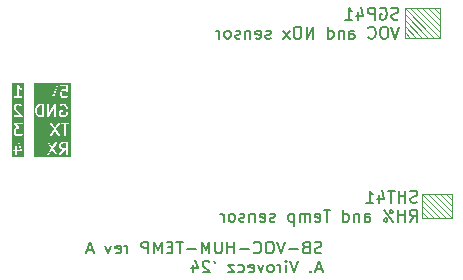
<source format=gbr>
G04 #@! TF.GenerationSoftware,KiCad,Pcbnew,8.0.2*
G04 #@! TF.CreationDate,2024-05-05T20:12:28+02:00*
G04 #@! TF.ProjectId,sensor_board_voc_temp,73656e73-6f72-45f6-926f-6172645f766f,A*
G04 #@! TF.SameCoordinates,Original*
G04 #@! TF.FileFunction,Legend,Bot*
G04 #@! TF.FilePolarity,Positive*
%FSLAX46Y46*%
G04 Gerber Fmt 4.6, Leading zero omitted, Abs format (unit mm)*
G04 Created by KiCad (PCBNEW 8.0.2) date 2024-05-05 20:12:28*
%MOMM*%
%LPD*%
G01*
G04 APERTURE LIST*
%ADD10C,0.100000*%
%ADD11C,0.150000*%
%ADD12C,3.200000*%
G04 APERTURE END LIST*
D10*
X65750000Y-49750000D02*
X67750000Y-51750000D01*
X65250000Y-49750000D02*
X67750000Y-49750000D01*
X67750000Y-51750000D01*
X65250000Y-51750000D01*
X65250000Y-49750000D01*
X63750000Y-36000000D02*
X64250000Y-36500000D01*
X64250000Y-34000000D02*
X66750000Y-36500000D01*
X65750000Y-34000000D02*
X66750000Y-35000000D01*
X66250000Y-34000000D02*
X66750000Y-34500000D01*
X66250000Y-49750000D02*
X67750000Y-51250000D01*
X65250000Y-50750000D02*
X66250000Y-51750000D01*
X65250000Y-34000000D02*
X66750000Y-35500000D01*
X66750000Y-49750000D02*
X67750000Y-50750000D01*
X63750000Y-34500000D02*
X65750000Y-36500000D01*
X67250000Y-49750000D02*
X67750000Y-50250000D01*
X64750000Y-34000000D02*
X66750000Y-36000000D01*
X63750000Y-35500000D02*
X64750000Y-36500000D01*
X65250000Y-50250000D02*
X66750000Y-51750000D01*
X63750000Y-34000000D02*
X66250000Y-36500000D01*
X65250000Y-49750000D02*
X67250000Y-51750000D01*
X63750000Y-35000000D02*
X65250000Y-36500000D01*
X65250000Y-51250000D02*
X65750000Y-51750000D01*
X63750000Y-34000000D02*
X66750000Y-34000000D01*
X66750000Y-36500000D01*
X63750000Y-36500000D01*
X63750000Y-34000000D01*
D11*
X63210839Y-34912256D02*
X63067982Y-34959875D01*
X63067982Y-34959875D02*
X62829887Y-34959875D01*
X62829887Y-34959875D02*
X62734649Y-34912256D01*
X62734649Y-34912256D02*
X62687030Y-34864636D01*
X62687030Y-34864636D02*
X62639411Y-34769398D01*
X62639411Y-34769398D02*
X62639411Y-34674160D01*
X62639411Y-34674160D02*
X62687030Y-34578922D01*
X62687030Y-34578922D02*
X62734649Y-34531303D01*
X62734649Y-34531303D02*
X62829887Y-34483684D01*
X62829887Y-34483684D02*
X63020363Y-34436065D01*
X63020363Y-34436065D02*
X63115601Y-34388446D01*
X63115601Y-34388446D02*
X63163220Y-34340827D01*
X63163220Y-34340827D02*
X63210839Y-34245589D01*
X63210839Y-34245589D02*
X63210839Y-34150351D01*
X63210839Y-34150351D02*
X63163220Y-34055113D01*
X63163220Y-34055113D02*
X63115601Y-34007494D01*
X63115601Y-34007494D02*
X63020363Y-33959875D01*
X63020363Y-33959875D02*
X62782268Y-33959875D01*
X62782268Y-33959875D02*
X62639411Y-34007494D01*
X61687030Y-34007494D02*
X61782268Y-33959875D01*
X61782268Y-33959875D02*
X61925125Y-33959875D01*
X61925125Y-33959875D02*
X62067982Y-34007494D01*
X62067982Y-34007494D02*
X62163220Y-34102732D01*
X62163220Y-34102732D02*
X62210839Y-34197970D01*
X62210839Y-34197970D02*
X62258458Y-34388446D01*
X62258458Y-34388446D02*
X62258458Y-34531303D01*
X62258458Y-34531303D02*
X62210839Y-34721779D01*
X62210839Y-34721779D02*
X62163220Y-34817017D01*
X62163220Y-34817017D02*
X62067982Y-34912256D01*
X62067982Y-34912256D02*
X61925125Y-34959875D01*
X61925125Y-34959875D02*
X61829887Y-34959875D01*
X61829887Y-34959875D02*
X61687030Y-34912256D01*
X61687030Y-34912256D02*
X61639411Y-34864636D01*
X61639411Y-34864636D02*
X61639411Y-34531303D01*
X61639411Y-34531303D02*
X61829887Y-34531303D01*
X61210839Y-34959875D02*
X61210839Y-33959875D01*
X61210839Y-33959875D02*
X60829887Y-33959875D01*
X60829887Y-33959875D02*
X60734649Y-34007494D01*
X60734649Y-34007494D02*
X60687030Y-34055113D01*
X60687030Y-34055113D02*
X60639411Y-34150351D01*
X60639411Y-34150351D02*
X60639411Y-34293208D01*
X60639411Y-34293208D02*
X60687030Y-34388446D01*
X60687030Y-34388446D02*
X60734649Y-34436065D01*
X60734649Y-34436065D02*
X60829887Y-34483684D01*
X60829887Y-34483684D02*
X61210839Y-34483684D01*
X59782268Y-34293208D02*
X59782268Y-34959875D01*
X60020363Y-33912256D02*
X60258458Y-34626541D01*
X60258458Y-34626541D02*
X59639411Y-34626541D01*
X58734649Y-34959875D02*
X59306077Y-34959875D01*
X59020363Y-34959875D02*
X59020363Y-33959875D01*
X59020363Y-33959875D02*
X59115601Y-34102732D01*
X59115601Y-34102732D02*
X59210839Y-34197970D01*
X59210839Y-34197970D02*
X59306077Y-34245589D01*
X63306077Y-35569819D02*
X62972744Y-36569819D01*
X62972744Y-36569819D02*
X62639411Y-35569819D01*
X62115601Y-35569819D02*
X61925125Y-35569819D01*
X61925125Y-35569819D02*
X61829887Y-35617438D01*
X61829887Y-35617438D02*
X61734649Y-35712676D01*
X61734649Y-35712676D02*
X61687030Y-35903152D01*
X61687030Y-35903152D02*
X61687030Y-36236485D01*
X61687030Y-36236485D02*
X61734649Y-36426961D01*
X61734649Y-36426961D02*
X61829887Y-36522200D01*
X61829887Y-36522200D02*
X61925125Y-36569819D01*
X61925125Y-36569819D02*
X62115601Y-36569819D01*
X62115601Y-36569819D02*
X62210839Y-36522200D01*
X62210839Y-36522200D02*
X62306077Y-36426961D01*
X62306077Y-36426961D02*
X62353696Y-36236485D01*
X62353696Y-36236485D02*
X62353696Y-35903152D01*
X62353696Y-35903152D02*
X62306077Y-35712676D01*
X62306077Y-35712676D02*
X62210839Y-35617438D01*
X62210839Y-35617438D02*
X62115601Y-35569819D01*
X60687030Y-36474580D02*
X60734649Y-36522200D01*
X60734649Y-36522200D02*
X60877506Y-36569819D01*
X60877506Y-36569819D02*
X60972744Y-36569819D01*
X60972744Y-36569819D02*
X61115601Y-36522200D01*
X61115601Y-36522200D02*
X61210839Y-36426961D01*
X61210839Y-36426961D02*
X61258458Y-36331723D01*
X61258458Y-36331723D02*
X61306077Y-36141247D01*
X61306077Y-36141247D02*
X61306077Y-35998390D01*
X61306077Y-35998390D02*
X61258458Y-35807914D01*
X61258458Y-35807914D02*
X61210839Y-35712676D01*
X61210839Y-35712676D02*
X61115601Y-35617438D01*
X61115601Y-35617438D02*
X60972744Y-35569819D01*
X60972744Y-35569819D02*
X60877506Y-35569819D01*
X60877506Y-35569819D02*
X60734649Y-35617438D01*
X60734649Y-35617438D02*
X60687030Y-35665057D01*
X59067982Y-36569819D02*
X59067982Y-36046009D01*
X59067982Y-36046009D02*
X59115601Y-35950771D01*
X59115601Y-35950771D02*
X59210839Y-35903152D01*
X59210839Y-35903152D02*
X59401315Y-35903152D01*
X59401315Y-35903152D02*
X59496553Y-35950771D01*
X59067982Y-36522200D02*
X59163220Y-36569819D01*
X59163220Y-36569819D02*
X59401315Y-36569819D01*
X59401315Y-36569819D02*
X59496553Y-36522200D01*
X59496553Y-36522200D02*
X59544172Y-36426961D01*
X59544172Y-36426961D02*
X59544172Y-36331723D01*
X59544172Y-36331723D02*
X59496553Y-36236485D01*
X59496553Y-36236485D02*
X59401315Y-36188866D01*
X59401315Y-36188866D02*
X59163220Y-36188866D01*
X59163220Y-36188866D02*
X59067982Y-36141247D01*
X58591791Y-35903152D02*
X58591791Y-36569819D01*
X58591791Y-35998390D02*
X58544172Y-35950771D01*
X58544172Y-35950771D02*
X58448934Y-35903152D01*
X58448934Y-35903152D02*
X58306077Y-35903152D01*
X58306077Y-35903152D02*
X58210839Y-35950771D01*
X58210839Y-35950771D02*
X58163220Y-36046009D01*
X58163220Y-36046009D02*
X58163220Y-36569819D01*
X57258458Y-36569819D02*
X57258458Y-35569819D01*
X57258458Y-36522200D02*
X57353696Y-36569819D01*
X57353696Y-36569819D02*
X57544172Y-36569819D01*
X57544172Y-36569819D02*
X57639410Y-36522200D01*
X57639410Y-36522200D02*
X57687029Y-36474580D01*
X57687029Y-36474580D02*
X57734648Y-36379342D01*
X57734648Y-36379342D02*
X57734648Y-36093628D01*
X57734648Y-36093628D02*
X57687029Y-35998390D01*
X57687029Y-35998390D02*
X57639410Y-35950771D01*
X57639410Y-35950771D02*
X57544172Y-35903152D01*
X57544172Y-35903152D02*
X57353696Y-35903152D01*
X57353696Y-35903152D02*
X57258458Y-35950771D01*
X56020362Y-36569819D02*
X56020362Y-35569819D01*
X56020362Y-35569819D02*
X55448934Y-36569819D01*
X55448934Y-36569819D02*
X55448934Y-35569819D01*
X54782267Y-35569819D02*
X54591791Y-35569819D01*
X54591791Y-35569819D02*
X54496553Y-35617438D01*
X54496553Y-35617438D02*
X54401315Y-35712676D01*
X54401315Y-35712676D02*
X54353696Y-35903152D01*
X54353696Y-35903152D02*
X54353696Y-36236485D01*
X54353696Y-36236485D02*
X54401315Y-36426961D01*
X54401315Y-36426961D02*
X54496553Y-36522200D01*
X54496553Y-36522200D02*
X54591791Y-36569819D01*
X54591791Y-36569819D02*
X54782267Y-36569819D01*
X54782267Y-36569819D02*
X54877505Y-36522200D01*
X54877505Y-36522200D02*
X54972743Y-36426961D01*
X54972743Y-36426961D02*
X55020362Y-36236485D01*
X55020362Y-36236485D02*
X55020362Y-35903152D01*
X55020362Y-35903152D02*
X54972743Y-35712676D01*
X54972743Y-35712676D02*
X54877505Y-35617438D01*
X54877505Y-35617438D02*
X54782267Y-35569819D01*
X54020362Y-36569819D02*
X53496553Y-35903152D01*
X54020362Y-35903152D02*
X53496553Y-36569819D01*
X52401314Y-36522200D02*
X52306076Y-36569819D01*
X52306076Y-36569819D02*
X52115600Y-36569819D01*
X52115600Y-36569819D02*
X52020362Y-36522200D01*
X52020362Y-36522200D02*
X51972743Y-36426961D01*
X51972743Y-36426961D02*
X51972743Y-36379342D01*
X51972743Y-36379342D02*
X52020362Y-36284104D01*
X52020362Y-36284104D02*
X52115600Y-36236485D01*
X52115600Y-36236485D02*
X52258457Y-36236485D01*
X52258457Y-36236485D02*
X52353695Y-36188866D01*
X52353695Y-36188866D02*
X52401314Y-36093628D01*
X52401314Y-36093628D02*
X52401314Y-36046009D01*
X52401314Y-36046009D02*
X52353695Y-35950771D01*
X52353695Y-35950771D02*
X52258457Y-35903152D01*
X52258457Y-35903152D02*
X52115600Y-35903152D01*
X52115600Y-35903152D02*
X52020362Y-35950771D01*
X51163219Y-36522200D02*
X51258457Y-36569819D01*
X51258457Y-36569819D02*
X51448933Y-36569819D01*
X51448933Y-36569819D02*
X51544171Y-36522200D01*
X51544171Y-36522200D02*
X51591790Y-36426961D01*
X51591790Y-36426961D02*
X51591790Y-36046009D01*
X51591790Y-36046009D02*
X51544171Y-35950771D01*
X51544171Y-35950771D02*
X51448933Y-35903152D01*
X51448933Y-35903152D02*
X51258457Y-35903152D01*
X51258457Y-35903152D02*
X51163219Y-35950771D01*
X51163219Y-35950771D02*
X51115600Y-36046009D01*
X51115600Y-36046009D02*
X51115600Y-36141247D01*
X51115600Y-36141247D02*
X51591790Y-36236485D01*
X50687028Y-35903152D02*
X50687028Y-36569819D01*
X50687028Y-35998390D02*
X50639409Y-35950771D01*
X50639409Y-35950771D02*
X50544171Y-35903152D01*
X50544171Y-35903152D02*
X50401314Y-35903152D01*
X50401314Y-35903152D02*
X50306076Y-35950771D01*
X50306076Y-35950771D02*
X50258457Y-36046009D01*
X50258457Y-36046009D02*
X50258457Y-36569819D01*
X49829885Y-36522200D02*
X49734647Y-36569819D01*
X49734647Y-36569819D02*
X49544171Y-36569819D01*
X49544171Y-36569819D02*
X49448933Y-36522200D01*
X49448933Y-36522200D02*
X49401314Y-36426961D01*
X49401314Y-36426961D02*
X49401314Y-36379342D01*
X49401314Y-36379342D02*
X49448933Y-36284104D01*
X49448933Y-36284104D02*
X49544171Y-36236485D01*
X49544171Y-36236485D02*
X49687028Y-36236485D01*
X49687028Y-36236485D02*
X49782266Y-36188866D01*
X49782266Y-36188866D02*
X49829885Y-36093628D01*
X49829885Y-36093628D02*
X49829885Y-36046009D01*
X49829885Y-36046009D02*
X49782266Y-35950771D01*
X49782266Y-35950771D02*
X49687028Y-35903152D01*
X49687028Y-35903152D02*
X49544171Y-35903152D01*
X49544171Y-35903152D02*
X49448933Y-35950771D01*
X48829885Y-36569819D02*
X48925123Y-36522200D01*
X48925123Y-36522200D02*
X48972742Y-36474580D01*
X48972742Y-36474580D02*
X49020361Y-36379342D01*
X49020361Y-36379342D02*
X49020361Y-36093628D01*
X49020361Y-36093628D02*
X48972742Y-35998390D01*
X48972742Y-35998390D02*
X48925123Y-35950771D01*
X48925123Y-35950771D02*
X48829885Y-35903152D01*
X48829885Y-35903152D02*
X48687028Y-35903152D01*
X48687028Y-35903152D02*
X48591790Y-35950771D01*
X48591790Y-35950771D02*
X48544171Y-35998390D01*
X48544171Y-35998390D02*
X48496552Y-36093628D01*
X48496552Y-36093628D02*
X48496552Y-36379342D01*
X48496552Y-36379342D02*
X48544171Y-36474580D01*
X48544171Y-36474580D02*
X48591790Y-36522200D01*
X48591790Y-36522200D02*
X48687028Y-36569819D01*
X48687028Y-36569819D02*
X48829885Y-36569819D01*
X48067980Y-36569819D02*
X48067980Y-35903152D01*
X48067980Y-36093628D02*
X48020361Y-35998390D01*
X48020361Y-35998390D02*
X47972742Y-35950771D01*
X47972742Y-35950771D02*
X47877504Y-35903152D01*
X47877504Y-35903152D02*
X47782266Y-35903152D01*
G36*
X35088857Y-45818898D02*
G01*
X34930499Y-45819475D01*
X34926750Y-45818645D01*
X34921864Y-45819507D01*
X34802200Y-45819943D01*
X34733434Y-45786576D01*
X34702106Y-45756331D01*
X34666648Y-45687474D01*
X34665663Y-45579842D01*
X34698844Y-45511460D01*
X34729088Y-45480133D01*
X34797776Y-45444762D01*
X35088324Y-45443704D01*
X35088857Y-45818898D01*
G37*
G36*
X33041915Y-43075351D02*
G01*
X32893248Y-43076198D01*
X32776652Y-43038460D01*
X32702444Y-42965670D01*
X32663752Y-42890533D01*
X32619134Y-42717103D01*
X32617992Y-42592331D01*
X32660018Y-42419208D01*
X32698743Y-42339398D01*
X32773022Y-42263673D01*
X32886098Y-42224882D01*
X33040706Y-42224000D01*
X33041915Y-43075351D01*
G37*
G36*
X35490747Y-46555930D02*
G01*
X32358062Y-46555930D01*
X32358062Y-45369740D01*
X33516792Y-45369740D01*
X33522471Y-45398448D01*
X33529388Y-45411421D01*
X33835841Y-45869924D01*
X33522471Y-46341190D01*
X33516792Y-46369898D01*
X33522531Y-46398592D01*
X33538814Y-46422907D01*
X33563163Y-46439140D01*
X33591871Y-46444819D01*
X33620565Y-46439080D01*
X33644880Y-46422797D01*
X33654196Y-46411421D01*
X33925283Y-46003743D01*
X34205370Y-46422797D01*
X34229685Y-46439080D01*
X34258379Y-46444819D01*
X34287087Y-46439140D01*
X34311436Y-46422907D01*
X34327719Y-46398592D01*
X34333458Y-46369898D01*
X34327779Y-46341190D01*
X34320862Y-46328216D01*
X34014408Y-45869713D01*
X34220158Y-45560295D01*
X34516792Y-45560295D01*
X34517996Y-45691924D01*
X34517381Y-45693771D01*
X34518106Y-45703985D01*
X34518233Y-45717784D01*
X34519264Y-45720273D01*
X34519455Y-45722961D01*
X34524710Y-45736693D01*
X34573402Y-45831249D01*
X34577051Y-45840058D01*
X34579433Y-45842960D01*
X34580161Y-45844374D01*
X34581659Y-45845673D01*
X34586378Y-45851423D01*
X34635413Y-45898764D01*
X34641046Y-45905259D01*
X34644191Y-45907238D01*
X34645362Y-45908369D01*
X34647189Y-45909126D01*
X34653489Y-45913091D01*
X34739378Y-45954766D01*
X34740600Y-45955988D01*
X34749459Y-45959657D01*
X34762458Y-45965965D01*
X34765147Y-45966156D01*
X34767636Y-45967187D01*
X34781549Y-45968557D01*
X34523139Y-46339623D01*
X34516810Y-46368194D01*
X34521895Y-46397011D01*
X34537622Y-46421690D01*
X34561596Y-46438472D01*
X34590167Y-46444801D01*
X34618984Y-46439716D01*
X34643663Y-46423989D01*
X34653234Y-46412829D01*
X34963034Y-45967969D01*
X35089068Y-45967510D01*
X35089661Y-46384451D01*
X35100860Y-46411487D01*
X35121552Y-46432179D01*
X35148588Y-46443378D01*
X35177852Y-46443378D01*
X35204888Y-46432179D01*
X35225580Y-46411487D01*
X35236779Y-46384451D01*
X35238220Y-46369819D01*
X35236779Y-45355187D01*
X35225580Y-45328151D01*
X35204888Y-45307459D01*
X35177852Y-45296260D01*
X35163220Y-45294819D01*
X34793916Y-45296164D01*
X34791648Y-45295408D01*
X34780306Y-45296213D01*
X34767636Y-45296260D01*
X34765147Y-45297290D01*
X34762458Y-45297482D01*
X34748727Y-45302737D01*
X34654172Y-45351428D01*
X34645362Y-45355078D01*
X34642459Y-45357460D01*
X34641046Y-45358188D01*
X34639746Y-45359686D01*
X34633997Y-45364405D01*
X34586655Y-45413440D01*
X34580161Y-45419073D01*
X34578181Y-45422218D01*
X34577051Y-45423389D01*
X34576293Y-45425216D01*
X34572329Y-45431516D01*
X34530654Y-45517404D01*
X34529432Y-45518627D01*
X34525759Y-45527492D01*
X34519455Y-45540486D01*
X34519264Y-45543173D01*
X34518233Y-45545663D01*
X34516792Y-45560295D01*
X34220158Y-45560295D01*
X34327779Y-45398448D01*
X34333458Y-45369740D01*
X34327719Y-45341046D01*
X34311436Y-45316731D01*
X34287087Y-45300498D01*
X34258379Y-45294819D01*
X34229685Y-45300558D01*
X34205370Y-45316841D01*
X34196054Y-45328217D01*
X33924966Y-45735894D01*
X33644880Y-45316841D01*
X33620565Y-45300558D01*
X33591871Y-45294819D01*
X33563163Y-45300498D01*
X33538814Y-45316731D01*
X33522531Y-45341046D01*
X33516792Y-45369740D01*
X32358062Y-45369740D01*
X32358062Y-43759796D01*
X33754887Y-43759796D01*
X33760566Y-43788504D01*
X33767483Y-43801477D01*
X34073936Y-44259980D01*
X33760566Y-44731246D01*
X33754887Y-44759954D01*
X33760626Y-44788648D01*
X33776909Y-44812963D01*
X33801258Y-44829196D01*
X33829966Y-44834875D01*
X33858660Y-44829136D01*
X33882975Y-44812853D01*
X33892291Y-44801477D01*
X34163378Y-44393799D01*
X34443465Y-44812853D01*
X34467780Y-44829136D01*
X34496474Y-44834875D01*
X34525182Y-44829196D01*
X34549531Y-44812963D01*
X34565814Y-44788648D01*
X34571553Y-44759954D01*
X34565874Y-44731246D01*
X34558957Y-44718272D01*
X34252503Y-44259769D01*
X34565874Y-43788504D01*
X34571553Y-43759796D01*
X34568642Y-43745243D01*
X34661090Y-43745243D01*
X34661090Y-43774507D01*
X34672289Y-43801543D01*
X34692981Y-43822235D01*
X34720017Y-43833434D01*
X34734649Y-43834875D01*
X34945468Y-43834356D01*
X34946804Y-44774507D01*
X34958003Y-44801543D01*
X34978695Y-44822235D01*
X35005731Y-44833434D01*
X35034995Y-44833434D01*
X35062031Y-44822235D01*
X35082723Y-44801543D01*
X35093922Y-44774507D01*
X35095363Y-44759875D01*
X35094048Y-43833991D01*
X35320709Y-43833434D01*
X35347745Y-43822235D01*
X35368437Y-43801543D01*
X35379636Y-43774507D01*
X35379636Y-43745243D01*
X35368437Y-43718207D01*
X35347745Y-43697515D01*
X35320709Y-43686316D01*
X35306077Y-43684875D01*
X34720017Y-43686316D01*
X34692981Y-43697515D01*
X34672289Y-43718207D01*
X34661090Y-43745243D01*
X34568642Y-43745243D01*
X34565814Y-43731102D01*
X34549531Y-43706787D01*
X34525182Y-43690554D01*
X34496474Y-43684875D01*
X34467780Y-43690614D01*
X34443465Y-43706897D01*
X34434149Y-43718273D01*
X34163061Y-44125950D01*
X33882975Y-43706897D01*
X33858660Y-43690614D01*
X33829966Y-43684875D01*
X33801258Y-43690554D01*
X33776909Y-43706787D01*
X33760626Y-43731102D01*
X33754887Y-43759796D01*
X32358062Y-43759796D01*
X32358062Y-42578502D01*
X32469173Y-42578502D01*
X32470440Y-42717081D01*
X32469262Y-42725005D01*
X32470596Y-42734029D01*
X32470614Y-42735991D01*
X32471036Y-42737012D01*
X32471412Y-42739549D01*
X32518929Y-42924247D01*
X32519455Y-42931644D01*
X32523657Y-42942626D01*
X32523978Y-42943871D01*
X32524300Y-42944306D01*
X32524710Y-42945376D01*
X32573400Y-43039928D01*
X32577050Y-43048740D01*
X32579433Y-43051644D01*
X32580161Y-43053057D01*
X32581659Y-43054356D01*
X32586378Y-43060106D01*
X32674547Y-43146591D01*
X32675399Y-43148295D01*
X32683043Y-43154925D01*
X32692981Y-43164673D01*
X32695471Y-43165704D01*
X32697506Y-43167469D01*
X32710932Y-43173463D01*
X32853513Y-43219612D01*
X32862874Y-43223490D01*
X32866637Y-43223860D01*
X32868125Y-43224342D01*
X32870099Y-43224201D01*
X32877506Y-43224931D01*
X33130233Y-43223490D01*
X33157269Y-43212291D01*
X33177961Y-43191599D01*
X33189160Y-43164563D01*
X33190601Y-43149931D01*
X33189181Y-42149931D01*
X33516792Y-42149931D01*
X33518205Y-43145486D01*
X33516975Y-43155170D01*
X33518226Y-43159757D01*
X33518233Y-43164563D01*
X33522050Y-43173778D01*
X33524675Y-43183402D01*
X33527602Y-43187182D01*
X33529432Y-43191599D01*
X33536482Y-43198649D01*
X33542592Y-43206539D01*
X33546745Y-43208912D01*
X33550124Y-43212291D01*
X33559336Y-43216107D01*
X33568001Y-43221058D01*
X33572744Y-43221660D01*
X33577160Y-43223490D01*
X33587134Y-43223490D01*
X33597031Y-43224748D01*
X33601643Y-43223490D01*
X33606424Y-43223490D01*
X33615639Y-43219672D01*
X33625263Y-43217048D01*
X33629043Y-43214120D01*
X33633460Y-43212291D01*
X33640510Y-43205240D01*
X33648400Y-43199131D01*
X33652752Y-43192998D01*
X33654152Y-43191599D01*
X33654721Y-43190224D01*
X33656910Y-43187141D01*
X34088617Y-42429482D01*
X34089661Y-43164563D01*
X34100860Y-43191599D01*
X34121552Y-43212291D01*
X34148588Y-43223490D01*
X34177852Y-43223490D01*
X34204888Y-43212291D01*
X34225580Y-43191599D01*
X34236779Y-43164563D01*
X34238220Y-43149931D01*
X34237611Y-42721359D01*
X34516792Y-42721359D01*
X34518233Y-43069324D01*
X34522150Y-43078780D01*
X34529431Y-43096359D01*
X34538758Y-43107724D01*
X34579583Y-43147139D01*
X34580161Y-43148295D01*
X34586252Y-43153578D01*
X34597743Y-43164672D01*
X34600231Y-43165702D01*
X34602268Y-43167469D01*
X34615694Y-43173463D01*
X34758275Y-43219612D01*
X34767636Y-43223490D01*
X34771399Y-43223860D01*
X34772887Y-43224342D01*
X34774861Y-43224201D01*
X34782268Y-43224931D01*
X34877585Y-43223680D01*
X34886886Y-43224342D01*
X34890540Y-43223510D01*
X34892138Y-43223490D01*
X34893969Y-43222731D01*
X34901223Y-43221082D01*
X35033013Y-43175871D01*
X35034995Y-43175871D01*
X35044547Y-43171914D01*
X35057505Y-43167469D01*
X35059540Y-43165703D01*
X35062031Y-43164672D01*
X35073396Y-43155345D01*
X35167328Y-43059580D01*
X35174851Y-43053057D01*
X35176863Y-43049860D01*
X35177962Y-43048740D01*
X35178719Y-43046910D01*
X35182683Y-43040614D01*
X35226951Y-42949381D01*
X35231034Y-42943871D01*
X35234969Y-42932855D01*
X35235557Y-42931645D01*
X35235595Y-42931104D01*
X35235981Y-42930025D01*
X35281221Y-42743659D01*
X35284398Y-42735991D01*
X35285295Y-42726876D01*
X35285750Y-42725005D01*
X35285587Y-42723912D01*
X35285839Y-42721359D01*
X35284571Y-42582779D01*
X35285750Y-42574856D01*
X35284415Y-42565831D01*
X35284398Y-42563870D01*
X35283975Y-42562848D01*
X35283600Y-42560312D01*
X35236082Y-42375613D01*
X35235557Y-42368216D01*
X35231353Y-42357233D01*
X35231034Y-42355990D01*
X35230711Y-42355554D01*
X35230302Y-42354485D01*
X35181613Y-42259935D01*
X35177962Y-42251120D01*
X35175577Y-42248214D01*
X35174851Y-42246804D01*
X35173354Y-42245505D01*
X35168634Y-42239755D01*
X35080463Y-42153270D01*
X35079612Y-42151567D01*
X35071969Y-42144938D01*
X35062031Y-42135190D01*
X35059540Y-42134158D01*
X35057505Y-42132393D01*
X35044080Y-42126399D01*
X34901501Y-42080250D01*
X34892138Y-42076372D01*
X34888372Y-42076001D01*
X34886886Y-42075520D01*
X34884911Y-42075660D01*
X34877506Y-42074931D01*
X34745875Y-42076135D01*
X34744029Y-42075520D01*
X34733814Y-42076245D01*
X34720017Y-42076372D01*
X34717528Y-42077402D01*
X34714839Y-42077594D01*
X34701108Y-42082849D01*
X34593427Y-42138300D01*
X34574254Y-42160408D01*
X34565000Y-42188169D01*
X34567074Y-42217359D01*
X34580161Y-42243534D01*
X34602269Y-42262707D01*
X34630030Y-42271961D01*
X34659220Y-42269887D01*
X34672952Y-42264632D01*
X34750326Y-42224787D01*
X34862078Y-42223765D01*
X34978359Y-42261402D01*
X35052568Y-42334192D01*
X35091259Y-42409327D01*
X35135877Y-42582757D01*
X35137019Y-42707529D01*
X35094993Y-42880652D01*
X35056268Y-42960462D01*
X34981991Y-43036188D01*
X34868719Y-43075046D01*
X34797341Y-43075982D01*
X34681149Y-43038374D01*
X34666666Y-43024391D01*
X34665720Y-42795839D01*
X34796900Y-42794918D01*
X34823936Y-42783719D01*
X34844628Y-42763027D01*
X34855827Y-42735991D01*
X34855827Y-42706727D01*
X34844628Y-42679691D01*
X34823936Y-42658999D01*
X34796900Y-42647800D01*
X34782268Y-42646359D01*
X34577160Y-42647800D01*
X34550124Y-42658999D01*
X34529432Y-42679691D01*
X34518233Y-42706727D01*
X34516792Y-42721359D01*
X34237611Y-42721359D01*
X34236806Y-42154375D01*
X34238037Y-42144692D01*
X34236785Y-42140104D01*
X34236779Y-42135299D01*
X34232961Y-42126083D01*
X34230337Y-42116460D01*
X34227409Y-42112679D01*
X34225580Y-42108263D01*
X34218529Y-42101212D01*
X34212420Y-42093323D01*
X34208266Y-42090949D01*
X34204888Y-42087571D01*
X34195675Y-42083754D01*
X34187011Y-42078804D01*
X34182267Y-42078201D01*
X34177852Y-42076372D01*
X34167878Y-42076372D01*
X34157981Y-42075114D01*
X34153369Y-42076372D01*
X34148588Y-42076372D01*
X34139371Y-42080189D01*
X34129750Y-42082814D01*
X34125970Y-42085740D01*
X34121552Y-42087571D01*
X34114500Y-42094622D01*
X34106612Y-42100731D01*
X34102257Y-42106865D01*
X34100860Y-42108263D01*
X34100291Y-42109635D01*
X34098102Y-42112720D01*
X33666394Y-42870379D01*
X33665351Y-42135299D01*
X33654152Y-42108263D01*
X33633460Y-42087571D01*
X33606424Y-42076372D01*
X33577160Y-42076372D01*
X33550124Y-42087571D01*
X33529432Y-42108263D01*
X33518233Y-42135299D01*
X33516792Y-42149931D01*
X33189181Y-42149931D01*
X33189160Y-42135299D01*
X33177961Y-42108263D01*
X33157269Y-42087571D01*
X33130233Y-42076372D01*
X33115601Y-42074931D01*
X32878830Y-42076281D01*
X32868125Y-42075520D01*
X32864416Y-42076363D01*
X32862874Y-42076372D01*
X32861043Y-42077130D01*
X32853788Y-42078780D01*
X32721998Y-42123991D01*
X32720018Y-42123991D01*
X32710468Y-42127946D01*
X32697506Y-42132393D01*
X32695471Y-42134157D01*
X32692981Y-42135189D01*
X32681616Y-42144517D01*
X32587684Y-42240279D01*
X32580161Y-42246804D01*
X32578148Y-42250000D01*
X32577051Y-42251120D01*
X32576293Y-42252947D01*
X32572329Y-42259247D01*
X32528062Y-42350478D01*
X32523978Y-42355990D01*
X32520040Y-42367009D01*
X32519455Y-42368217D01*
X32519416Y-42368756D01*
X32519031Y-42369836D01*
X32473790Y-42556201D01*
X32470614Y-42563870D01*
X32469716Y-42572984D01*
X32469262Y-42574856D01*
X32469424Y-42575948D01*
X32469173Y-42578502D01*
X32358062Y-42578502D01*
X32358062Y-40549367D01*
X33612619Y-40549367D01*
X33615879Y-40563704D01*
X33947656Y-41554581D01*
X33948027Y-41559797D01*
X33952191Y-41568127D01*
X33955206Y-41577129D01*
X33958716Y-41581176D01*
X33961113Y-41585970D01*
X33968221Y-41592135D01*
X33974380Y-41599236D01*
X33979169Y-41601630D01*
X33983220Y-41605144D01*
X33992145Y-41608118D01*
X34000553Y-41612323D01*
X34005897Y-41612702D01*
X34010983Y-41614398D01*
X34020363Y-41613731D01*
X34029743Y-41614398D01*
X34034828Y-41612702D01*
X34040173Y-41612323D01*
X34048583Y-41608117D01*
X34057505Y-41605144D01*
X34061552Y-41601633D01*
X34066346Y-41599237D01*
X34072509Y-41592131D01*
X34079613Y-41585970D01*
X34082008Y-41581178D01*
X34085520Y-41577130D01*
X34091514Y-41563704D01*
X34241600Y-41111415D01*
X34564411Y-41111415D01*
X34565703Y-41338019D01*
X34565000Y-41340129D01*
X34565777Y-41351071D01*
X34565852Y-41364142D01*
X34566883Y-41366631D01*
X34567074Y-41369319D01*
X34572329Y-41383051D01*
X34621019Y-41477603D01*
X34624669Y-41486415D01*
X34627052Y-41489319D01*
X34627780Y-41490732D01*
X34629278Y-41492031D01*
X34633996Y-41497780D01*
X34683031Y-41545121D01*
X34688665Y-41551618D01*
X34691810Y-41553597D01*
X34692981Y-41554728D01*
X34694808Y-41555485D01*
X34701108Y-41559450D01*
X34786997Y-41601125D01*
X34788219Y-41602347D01*
X34797078Y-41606016D01*
X34810077Y-41612324D01*
X34812766Y-41612515D01*
X34815255Y-41613546D01*
X34829887Y-41614987D01*
X35056491Y-41613694D01*
X35058601Y-41614398D01*
X35069543Y-41613620D01*
X35082614Y-41613546D01*
X35085103Y-41612514D01*
X35087791Y-41612324D01*
X35101523Y-41607069D01*
X35196077Y-41558377D01*
X35204888Y-41554728D01*
X35207790Y-41552345D01*
X35209204Y-41551618D01*
X35210504Y-41550118D01*
X35216254Y-41545400D01*
X35273200Y-41486415D01*
X35284398Y-41459379D01*
X35284398Y-41430116D01*
X35273199Y-41403080D01*
X35252506Y-41382387D01*
X35225470Y-41371189D01*
X35196207Y-41371189D01*
X35169171Y-41382388D01*
X35157805Y-41391716D01*
X35121160Y-41429672D01*
X35052410Y-41465075D01*
X34849674Y-41466231D01*
X34781053Y-41432935D01*
X34749726Y-41402689D01*
X34714322Y-41333938D01*
X34713166Y-41131202D01*
X34746463Y-41062580D01*
X34776707Y-41031253D01*
X34845458Y-40995850D01*
X35048194Y-40994694D01*
X35116816Y-41027991D01*
X35151843Y-41061807D01*
X35152935Y-41063843D01*
X35159598Y-41069294D01*
X35169171Y-41078537D01*
X35172659Y-41079982D01*
X35175583Y-41082374D01*
X35186080Y-41085541D01*
X35196207Y-41089736D01*
X35199983Y-41089736D01*
X35203599Y-41090827D01*
X35214509Y-41089736D01*
X35225470Y-41089736D01*
X35228958Y-41088290D01*
X35232718Y-41087915D01*
X35242381Y-41082730D01*
X35252506Y-41078537D01*
X35255176Y-41075866D01*
X35258505Y-41074081D01*
X35265450Y-41065592D01*
X35273199Y-41057844D01*
X35274643Y-41054357D01*
X35277036Y-41051433D01*
X35280204Y-41040932D01*
X35284398Y-41030808D01*
X35284398Y-41027032D01*
X35285489Y-41023417D01*
X35285467Y-41008714D01*
X35236779Y-40535795D01*
X35236779Y-40525355D01*
X35235348Y-40521901D01*
X35234958Y-40518108D01*
X35229775Y-40508448D01*
X35225580Y-40498319D01*
X35222908Y-40495647D01*
X35221124Y-40492321D01*
X35212641Y-40485380D01*
X35204888Y-40477627D01*
X35201399Y-40476181D01*
X35198476Y-40473790D01*
X35187978Y-40470622D01*
X35177852Y-40466428D01*
X35172246Y-40465875D01*
X35170460Y-40465337D01*
X35168631Y-40465519D01*
X35163220Y-40464987D01*
X34672398Y-40466428D01*
X34645362Y-40477627D01*
X34624670Y-40498319D01*
X34613471Y-40525355D01*
X34613471Y-40554619D01*
X34624670Y-40581655D01*
X34645362Y-40602347D01*
X34672398Y-40613546D01*
X34687030Y-40614987D01*
X35095421Y-40613788D01*
X35121268Y-40864845D01*
X35110872Y-40859801D01*
X35109650Y-40858579D01*
X35100784Y-40854906D01*
X35087791Y-40848602D01*
X35085103Y-40848411D01*
X35082614Y-40847380D01*
X35067982Y-40845939D01*
X34841376Y-40847231D01*
X34839267Y-40846528D01*
X34828324Y-40847305D01*
X34815255Y-40847380D01*
X34812766Y-40848410D01*
X34810077Y-40848602D01*
X34796346Y-40853857D01*
X34701791Y-40902548D01*
X34692981Y-40906198D01*
X34690078Y-40908580D01*
X34688665Y-40909308D01*
X34687365Y-40910806D01*
X34681616Y-40915525D01*
X34634274Y-40964560D01*
X34627780Y-40970193D01*
X34625800Y-40973338D01*
X34624670Y-40974509D01*
X34623912Y-40976336D01*
X34619948Y-40982636D01*
X34578273Y-41068524D01*
X34577051Y-41069747D01*
X34573378Y-41078612D01*
X34567074Y-41091606D01*
X34566883Y-41094293D01*
X34565852Y-41096783D01*
X34564411Y-41111415D01*
X34241600Y-41111415D01*
X34428107Y-40549368D01*
X34426032Y-40520178D01*
X34412946Y-40494004D01*
X34390838Y-40474830D01*
X34363076Y-40465576D01*
X34333886Y-40467651D01*
X34307713Y-40480738D01*
X34288539Y-40502845D01*
X34282545Y-40516270D01*
X34020795Y-41305063D01*
X33752187Y-40502844D01*
X33733013Y-40480737D01*
X33706840Y-40467651D01*
X33677650Y-40465576D01*
X33649887Y-40474830D01*
X33627780Y-40494004D01*
X33614694Y-40520177D01*
X33612619Y-40549367D01*
X32358062Y-40549367D01*
X32358062Y-40353876D01*
X35490747Y-40353876D01*
X35490747Y-46555930D01*
G37*
G36*
X31543128Y-46554489D02*
G01*
X30507122Y-46554489D01*
X30507122Y-46021853D01*
X30618233Y-46021853D01*
X30618233Y-46051117D01*
X30629432Y-46078153D01*
X30650124Y-46098845D01*
X30677160Y-46110044D01*
X30691792Y-46111485D01*
X30760512Y-46111328D01*
X30761090Y-46384451D01*
X30772289Y-46411487D01*
X30792981Y-46432179D01*
X30820017Y-46443378D01*
X30849281Y-46443378D01*
X30876317Y-46432179D01*
X30897009Y-46411487D01*
X30908208Y-46384451D01*
X30909649Y-46369819D01*
X30909101Y-46110990D01*
X31308767Y-46110081D01*
X31320219Y-46110896D01*
X31322756Y-46110050D01*
X31325471Y-46110044D01*
X31336580Y-46105442D01*
X31347981Y-46101642D01*
X31350016Y-46099876D01*
X31352507Y-46098845D01*
X31361009Y-46090342D01*
X31370089Y-46082468D01*
X31371293Y-46080058D01*
X31373199Y-46078153D01*
X31377801Y-46067041D01*
X31383175Y-46056294D01*
X31383365Y-46053608D01*
X31384398Y-46051117D01*
X31384398Y-46039089D01*
X31385250Y-46027104D01*
X31384398Y-46023357D01*
X31384398Y-46021853D01*
X31383639Y-46020022D01*
X31381990Y-46012767D01*
X31137901Y-45285057D01*
X31118727Y-45262950D01*
X31092554Y-45249864D01*
X31063364Y-45247789D01*
X31035601Y-45257043D01*
X31013494Y-45276217D01*
X31000408Y-45302390D01*
X30998333Y-45331580D01*
X31001593Y-45345917D01*
X31208145Y-45961718D01*
X30908787Y-45962399D01*
X30908208Y-45688520D01*
X30897009Y-45661484D01*
X30876317Y-45640792D01*
X30849281Y-45629593D01*
X30820017Y-45629593D01*
X30792981Y-45640792D01*
X30772289Y-45661484D01*
X30761090Y-45688520D01*
X30759649Y-45703152D01*
X30760198Y-45962737D01*
X30677160Y-45962926D01*
X30650124Y-45974125D01*
X30629432Y-45994817D01*
X30618233Y-46021853D01*
X30507122Y-46021853D01*
X30507122Y-44331303D01*
X30664411Y-44331303D01*
X30665703Y-44557907D01*
X30665000Y-44560017D01*
X30665777Y-44570959D01*
X30665852Y-44584030D01*
X30666883Y-44586519D01*
X30667074Y-44589207D01*
X30672329Y-44602939D01*
X30721019Y-44697491D01*
X30724669Y-44706303D01*
X30727052Y-44709207D01*
X30727780Y-44710620D01*
X30729278Y-44711919D01*
X30733996Y-44717668D01*
X30783031Y-44765009D01*
X30788665Y-44771506D01*
X30791810Y-44773485D01*
X30792981Y-44774616D01*
X30794808Y-44775373D01*
X30801108Y-44779338D01*
X30886997Y-44821013D01*
X30888219Y-44822235D01*
X30897078Y-44825904D01*
X30910077Y-44832212D01*
X30912766Y-44832403D01*
X30915255Y-44833434D01*
X30929887Y-44834875D01*
X31204041Y-44833559D01*
X31206220Y-44834286D01*
X31217340Y-44833495D01*
X31230233Y-44833434D01*
X31232722Y-44832402D01*
X31235410Y-44832212D01*
X31249142Y-44826957D01*
X31343696Y-44778265D01*
X31352507Y-44774616D01*
X31355409Y-44772233D01*
X31356823Y-44771506D01*
X31358123Y-44770006D01*
X31363873Y-44765288D01*
X31420819Y-44706303D01*
X31432017Y-44679267D01*
X31432017Y-44650004D01*
X31420818Y-44622968D01*
X31400125Y-44602275D01*
X31373089Y-44591077D01*
X31343826Y-44591077D01*
X31316790Y-44602276D01*
X31305424Y-44611604D01*
X31268779Y-44649560D01*
X31200057Y-44684949D01*
X30949738Y-44686150D01*
X30881053Y-44652823D01*
X30849726Y-44622577D01*
X30814322Y-44553826D01*
X30813166Y-44351090D01*
X30846463Y-44282468D01*
X30876707Y-44251141D01*
X30945564Y-44215683D01*
X31072358Y-44214523D01*
X31082450Y-44215196D01*
X31084774Y-44214409D01*
X31087376Y-44214386D01*
X31098633Y-44209722D01*
X31110171Y-44205821D01*
X31112075Y-44204155D01*
X31114412Y-44203187D01*
X31123022Y-44194576D01*
X31132195Y-44186551D01*
X31133317Y-44184281D01*
X31135104Y-44182495D01*
X31139764Y-44171244D01*
X31145167Y-44160319D01*
X31145335Y-44157795D01*
X31146303Y-44155459D01*
X31146303Y-44143274D01*
X31147113Y-44131121D01*
X31146303Y-44128725D01*
X31146303Y-44126195D01*
X31141639Y-44114937D01*
X31137738Y-44103400D01*
X31135652Y-44100482D01*
X31135104Y-44099159D01*
X31133708Y-44097763D01*
X31129187Y-44091439D01*
X30903110Y-43834502D01*
X31373090Y-43833434D01*
X31400126Y-43822235D01*
X31420818Y-43801543D01*
X31432017Y-43774507D01*
X31432017Y-43745243D01*
X31420818Y-43718207D01*
X31400126Y-43697515D01*
X31373090Y-43686316D01*
X31358458Y-43684875D01*
X30741294Y-43686278D01*
X30729705Y-43685506D01*
X30727327Y-43686310D01*
X30724779Y-43686316D01*
X30713521Y-43690979D01*
X30701984Y-43694881D01*
X30700079Y-43696546D01*
X30697743Y-43697515D01*
X30689132Y-43706125D01*
X30679960Y-43714151D01*
X30678837Y-43716420D01*
X30677051Y-43718207D01*
X30672390Y-43729457D01*
X30666988Y-43740383D01*
X30666819Y-43742906D01*
X30665852Y-43745243D01*
X30665852Y-43757427D01*
X30665042Y-43769581D01*
X30665852Y-43771976D01*
X30665852Y-43774507D01*
X30670515Y-43785764D01*
X30674417Y-43797302D01*
X30676502Y-43800219D01*
X30677051Y-43801543D01*
X30678446Y-43802938D01*
X30682968Y-43809263D01*
X30911003Y-44068424D01*
X30910077Y-44068490D01*
X30896346Y-44073745D01*
X30801791Y-44122436D01*
X30792981Y-44126086D01*
X30790078Y-44128468D01*
X30788665Y-44129196D01*
X30787365Y-44130694D01*
X30781616Y-44135413D01*
X30734274Y-44184448D01*
X30727780Y-44190081D01*
X30725800Y-44193226D01*
X30724670Y-44194397D01*
X30723912Y-44196224D01*
X30719948Y-44202524D01*
X30678273Y-44288412D01*
X30677051Y-44289635D01*
X30673378Y-44298500D01*
X30667074Y-44311494D01*
X30666883Y-44314181D01*
X30665852Y-44316671D01*
X30664411Y-44331303D01*
X30507122Y-44331303D01*
X30507122Y-42340407D01*
X30664411Y-42340407D01*
X30665661Y-42435724D01*
X30665000Y-42445025D01*
X30665831Y-42448679D01*
X30665852Y-42450277D01*
X30666610Y-42452108D01*
X30668260Y-42459362D01*
X30713471Y-42591152D01*
X30713471Y-42593133D01*
X30717426Y-42602682D01*
X30721873Y-42615644D01*
X30723638Y-42617679D01*
X30724670Y-42620170D01*
X30733997Y-42631535D01*
X31179356Y-43075338D01*
X30724779Y-43076372D01*
X30697743Y-43087571D01*
X30677051Y-43108263D01*
X30665852Y-43135299D01*
X30665852Y-43164563D01*
X30677051Y-43191599D01*
X30697743Y-43212291D01*
X30724779Y-43223490D01*
X30739411Y-43224931D01*
X31373090Y-43223490D01*
X31381008Y-43220210D01*
X31400126Y-43212292D01*
X31420818Y-43191599D01*
X31432017Y-43164563D01*
X31432017Y-43135300D01*
X31420819Y-43108263D01*
X31411491Y-43096898D01*
X30853353Y-42540711D01*
X30814295Y-42426858D01*
X30813414Y-42359682D01*
X30846463Y-42291572D01*
X30876707Y-42260245D01*
X30945458Y-42224842D01*
X31148194Y-42223686D01*
X31216816Y-42256983D01*
X31269171Y-42307529D01*
X31296207Y-42318728D01*
X31325470Y-42318728D01*
X31352506Y-42307529D01*
X31373199Y-42286836D01*
X31384398Y-42259800D01*
X31384398Y-42230537D01*
X31373199Y-42203501D01*
X31363872Y-42192136D01*
X31314836Y-42144794D01*
X31309204Y-42138300D01*
X31306058Y-42136320D01*
X31304888Y-42135190D01*
X31303060Y-42134432D01*
X31296761Y-42130468D01*
X31210872Y-42088793D01*
X31209650Y-42087571D01*
X31200784Y-42083898D01*
X31187791Y-42077594D01*
X31185103Y-42077403D01*
X31182614Y-42076372D01*
X31167982Y-42074931D01*
X30941376Y-42076223D01*
X30939267Y-42075520D01*
X30928324Y-42076297D01*
X30915255Y-42076372D01*
X30912766Y-42077402D01*
X30910077Y-42077594D01*
X30896346Y-42082849D01*
X30801791Y-42131540D01*
X30792981Y-42135190D01*
X30790078Y-42137572D01*
X30788665Y-42138300D01*
X30787365Y-42139798D01*
X30781616Y-42144517D01*
X30734274Y-42193552D01*
X30727780Y-42199185D01*
X30725800Y-42202330D01*
X30724670Y-42203501D01*
X30723912Y-42205328D01*
X30719948Y-42211628D01*
X30678273Y-42297516D01*
X30677051Y-42298739D01*
X30673378Y-42307604D01*
X30667074Y-42320598D01*
X30666883Y-42323285D01*
X30665852Y-42325775D01*
X30664411Y-42340407D01*
X30507122Y-42340407D01*
X30507122Y-41525355D01*
X30665852Y-41525355D01*
X30665852Y-41554619D01*
X30677051Y-41581655D01*
X30697743Y-41602347D01*
X30724779Y-41613546D01*
X30739411Y-41614987D01*
X31325471Y-41613546D01*
X31352507Y-41602347D01*
X31373199Y-41581655D01*
X31384398Y-41554619D01*
X31384398Y-41525355D01*
X31373199Y-41498319D01*
X31352507Y-41477627D01*
X31325471Y-41466428D01*
X31310839Y-41464987D01*
X31100019Y-41465505D01*
X31099027Y-40766968D01*
X31163097Y-40829814D01*
X31169617Y-40837332D01*
X31172810Y-40839342D01*
X31173933Y-40840443D01*
X31175765Y-40841201D01*
X31182060Y-40845164D01*
X31291029Y-40898038D01*
X31320219Y-40900112D01*
X31347981Y-40890858D01*
X31370088Y-40871685D01*
X31383176Y-40845510D01*
X31385250Y-40816320D01*
X31375996Y-40788559D01*
X31356823Y-40766451D01*
X31344380Y-40758619D01*
X31262211Y-40718749D01*
X31181920Y-40639993D01*
X31090006Y-40504406D01*
X31087485Y-40498319D01*
X31082502Y-40493336D01*
X31078213Y-40487009D01*
X31072043Y-40482877D01*
X31066793Y-40477627D01*
X31060003Y-40474814D01*
X31053898Y-40470726D01*
X31046617Y-40469269D01*
X31039757Y-40466428D01*
X31032409Y-40466428D01*
X31025204Y-40464987D01*
X31017920Y-40466428D01*
X31010493Y-40466428D01*
X31003704Y-40469240D01*
X30996496Y-40470666D01*
X30990317Y-40474785D01*
X30983457Y-40477627D01*
X30978261Y-40482822D01*
X30972147Y-40486899D01*
X30968015Y-40493068D01*
X30962765Y-40498319D01*
X30959952Y-40505108D01*
X30955864Y-40511214D01*
X30954407Y-40518494D01*
X30951566Y-40525355D01*
X30950140Y-40539831D01*
X30950125Y-40539908D01*
X30950130Y-40539934D01*
X30950125Y-40539987D01*
X30951439Y-41465870D01*
X30724779Y-41466428D01*
X30697743Y-41477627D01*
X30677051Y-41498319D01*
X30665852Y-41525355D01*
X30507122Y-41525355D01*
X30507122Y-40353876D01*
X31543128Y-40353876D01*
X31543128Y-46554489D01*
G37*
X56710839Y-54712256D02*
X56567982Y-54759875D01*
X56567982Y-54759875D02*
X56329887Y-54759875D01*
X56329887Y-54759875D02*
X56234649Y-54712256D01*
X56234649Y-54712256D02*
X56187030Y-54664636D01*
X56187030Y-54664636D02*
X56139411Y-54569398D01*
X56139411Y-54569398D02*
X56139411Y-54474160D01*
X56139411Y-54474160D02*
X56187030Y-54378922D01*
X56187030Y-54378922D02*
X56234649Y-54331303D01*
X56234649Y-54331303D02*
X56329887Y-54283684D01*
X56329887Y-54283684D02*
X56520363Y-54236065D01*
X56520363Y-54236065D02*
X56615601Y-54188446D01*
X56615601Y-54188446D02*
X56663220Y-54140827D01*
X56663220Y-54140827D02*
X56710839Y-54045589D01*
X56710839Y-54045589D02*
X56710839Y-53950351D01*
X56710839Y-53950351D02*
X56663220Y-53855113D01*
X56663220Y-53855113D02*
X56615601Y-53807494D01*
X56615601Y-53807494D02*
X56520363Y-53759875D01*
X56520363Y-53759875D02*
X56282268Y-53759875D01*
X56282268Y-53759875D02*
X56139411Y-53807494D01*
X55377506Y-54236065D02*
X55234649Y-54283684D01*
X55234649Y-54283684D02*
X55187030Y-54331303D01*
X55187030Y-54331303D02*
X55139411Y-54426541D01*
X55139411Y-54426541D02*
X55139411Y-54569398D01*
X55139411Y-54569398D02*
X55187030Y-54664636D01*
X55187030Y-54664636D02*
X55234649Y-54712256D01*
X55234649Y-54712256D02*
X55329887Y-54759875D01*
X55329887Y-54759875D02*
X55710839Y-54759875D01*
X55710839Y-54759875D02*
X55710839Y-53759875D01*
X55710839Y-53759875D02*
X55377506Y-53759875D01*
X55377506Y-53759875D02*
X55282268Y-53807494D01*
X55282268Y-53807494D02*
X55234649Y-53855113D01*
X55234649Y-53855113D02*
X55187030Y-53950351D01*
X55187030Y-53950351D02*
X55187030Y-54045589D01*
X55187030Y-54045589D02*
X55234649Y-54140827D01*
X55234649Y-54140827D02*
X55282268Y-54188446D01*
X55282268Y-54188446D02*
X55377506Y-54236065D01*
X55377506Y-54236065D02*
X55710839Y-54236065D01*
X54710839Y-54378922D02*
X53948935Y-54378922D01*
X53615601Y-53759875D02*
X53282268Y-54759875D01*
X53282268Y-54759875D02*
X52948935Y-53759875D01*
X52425125Y-53759875D02*
X52234649Y-53759875D01*
X52234649Y-53759875D02*
X52139411Y-53807494D01*
X52139411Y-53807494D02*
X52044173Y-53902732D01*
X52044173Y-53902732D02*
X51996554Y-54093208D01*
X51996554Y-54093208D02*
X51996554Y-54426541D01*
X51996554Y-54426541D02*
X52044173Y-54617017D01*
X52044173Y-54617017D02*
X52139411Y-54712256D01*
X52139411Y-54712256D02*
X52234649Y-54759875D01*
X52234649Y-54759875D02*
X52425125Y-54759875D01*
X52425125Y-54759875D02*
X52520363Y-54712256D01*
X52520363Y-54712256D02*
X52615601Y-54617017D01*
X52615601Y-54617017D02*
X52663220Y-54426541D01*
X52663220Y-54426541D02*
X52663220Y-54093208D01*
X52663220Y-54093208D02*
X52615601Y-53902732D01*
X52615601Y-53902732D02*
X52520363Y-53807494D01*
X52520363Y-53807494D02*
X52425125Y-53759875D01*
X50996554Y-54664636D02*
X51044173Y-54712256D01*
X51044173Y-54712256D02*
X51187030Y-54759875D01*
X51187030Y-54759875D02*
X51282268Y-54759875D01*
X51282268Y-54759875D02*
X51425125Y-54712256D01*
X51425125Y-54712256D02*
X51520363Y-54617017D01*
X51520363Y-54617017D02*
X51567982Y-54521779D01*
X51567982Y-54521779D02*
X51615601Y-54331303D01*
X51615601Y-54331303D02*
X51615601Y-54188446D01*
X51615601Y-54188446D02*
X51567982Y-53997970D01*
X51567982Y-53997970D02*
X51520363Y-53902732D01*
X51520363Y-53902732D02*
X51425125Y-53807494D01*
X51425125Y-53807494D02*
X51282268Y-53759875D01*
X51282268Y-53759875D02*
X51187030Y-53759875D01*
X51187030Y-53759875D02*
X51044173Y-53807494D01*
X51044173Y-53807494D02*
X50996554Y-53855113D01*
X50567982Y-54378922D02*
X49806078Y-54378922D01*
X49329887Y-54759875D02*
X49329887Y-53759875D01*
X49329887Y-54236065D02*
X48758459Y-54236065D01*
X48758459Y-54759875D02*
X48758459Y-53759875D01*
X48282268Y-53759875D02*
X48282268Y-54569398D01*
X48282268Y-54569398D02*
X48234649Y-54664636D01*
X48234649Y-54664636D02*
X48187030Y-54712256D01*
X48187030Y-54712256D02*
X48091792Y-54759875D01*
X48091792Y-54759875D02*
X47901316Y-54759875D01*
X47901316Y-54759875D02*
X47806078Y-54712256D01*
X47806078Y-54712256D02*
X47758459Y-54664636D01*
X47758459Y-54664636D02*
X47710840Y-54569398D01*
X47710840Y-54569398D02*
X47710840Y-53759875D01*
X47234649Y-54759875D02*
X47234649Y-53759875D01*
X47234649Y-53759875D02*
X46901316Y-54474160D01*
X46901316Y-54474160D02*
X46567983Y-53759875D01*
X46567983Y-53759875D02*
X46567983Y-54759875D01*
X46091792Y-54378922D02*
X45329888Y-54378922D01*
X44996554Y-53759875D02*
X44425126Y-53759875D01*
X44710840Y-54759875D02*
X44710840Y-53759875D01*
X44091792Y-54236065D02*
X43758459Y-54236065D01*
X43615602Y-54759875D02*
X44091792Y-54759875D01*
X44091792Y-54759875D02*
X44091792Y-53759875D01*
X44091792Y-53759875D02*
X43615602Y-53759875D01*
X43187030Y-54759875D02*
X43187030Y-53759875D01*
X43187030Y-53759875D02*
X42853697Y-54474160D01*
X42853697Y-54474160D02*
X42520364Y-53759875D01*
X42520364Y-53759875D02*
X42520364Y-54759875D01*
X42044173Y-54759875D02*
X42044173Y-53759875D01*
X42044173Y-53759875D02*
X41663221Y-53759875D01*
X41663221Y-53759875D02*
X41567983Y-53807494D01*
X41567983Y-53807494D02*
X41520364Y-53855113D01*
X41520364Y-53855113D02*
X41472745Y-53950351D01*
X41472745Y-53950351D02*
X41472745Y-54093208D01*
X41472745Y-54093208D02*
X41520364Y-54188446D01*
X41520364Y-54188446D02*
X41567983Y-54236065D01*
X41567983Y-54236065D02*
X41663221Y-54283684D01*
X41663221Y-54283684D02*
X42044173Y-54283684D01*
X40282268Y-54759875D02*
X40282268Y-54093208D01*
X40282268Y-54283684D02*
X40234649Y-54188446D01*
X40234649Y-54188446D02*
X40187030Y-54140827D01*
X40187030Y-54140827D02*
X40091792Y-54093208D01*
X40091792Y-54093208D02*
X39996554Y-54093208D01*
X39282268Y-54712256D02*
X39377506Y-54759875D01*
X39377506Y-54759875D02*
X39567982Y-54759875D01*
X39567982Y-54759875D02*
X39663220Y-54712256D01*
X39663220Y-54712256D02*
X39710839Y-54617017D01*
X39710839Y-54617017D02*
X39710839Y-54236065D01*
X39710839Y-54236065D02*
X39663220Y-54140827D01*
X39663220Y-54140827D02*
X39567982Y-54093208D01*
X39567982Y-54093208D02*
X39377506Y-54093208D01*
X39377506Y-54093208D02*
X39282268Y-54140827D01*
X39282268Y-54140827D02*
X39234649Y-54236065D01*
X39234649Y-54236065D02*
X39234649Y-54331303D01*
X39234649Y-54331303D02*
X39710839Y-54426541D01*
X38901315Y-54093208D02*
X38663220Y-54759875D01*
X38663220Y-54759875D02*
X38425125Y-54093208D01*
X37329886Y-54474160D02*
X36853696Y-54474160D01*
X37425124Y-54759875D02*
X37091791Y-53759875D01*
X37091791Y-53759875D02*
X36758458Y-54759875D01*
X56710839Y-56084104D02*
X56234649Y-56084104D01*
X56806077Y-56369819D02*
X56472744Y-55369819D01*
X56472744Y-55369819D02*
X56139411Y-56369819D01*
X55806077Y-56274580D02*
X55758458Y-56322200D01*
X55758458Y-56322200D02*
X55806077Y-56369819D01*
X55806077Y-56369819D02*
X55853696Y-56322200D01*
X55853696Y-56322200D02*
X55806077Y-56274580D01*
X55806077Y-56274580D02*
X55806077Y-56369819D01*
X54710839Y-55369819D02*
X54377506Y-56369819D01*
X54377506Y-56369819D02*
X54044173Y-55369819D01*
X53710839Y-56369819D02*
X53710839Y-55703152D01*
X53710839Y-55369819D02*
X53758458Y-55417438D01*
X53758458Y-55417438D02*
X53710839Y-55465057D01*
X53710839Y-55465057D02*
X53663220Y-55417438D01*
X53663220Y-55417438D02*
X53710839Y-55369819D01*
X53710839Y-55369819D02*
X53710839Y-55465057D01*
X53234649Y-56369819D02*
X53234649Y-55703152D01*
X53234649Y-55893628D02*
X53187030Y-55798390D01*
X53187030Y-55798390D02*
X53139411Y-55750771D01*
X53139411Y-55750771D02*
X53044173Y-55703152D01*
X53044173Y-55703152D02*
X52948935Y-55703152D01*
X52472744Y-56369819D02*
X52567982Y-56322200D01*
X52567982Y-56322200D02*
X52615601Y-56274580D01*
X52615601Y-56274580D02*
X52663220Y-56179342D01*
X52663220Y-56179342D02*
X52663220Y-55893628D01*
X52663220Y-55893628D02*
X52615601Y-55798390D01*
X52615601Y-55798390D02*
X52567982Y-55750771D01*
X52567982Y-55750771D02*
X52472744Y-55703152D01*
X52472744Y-55703152D02*
X52329887Y-55703152D01*
X52329887Y-55703152D02*
X52234649Y-55750771D01*
X52234649Y-55750771D02*
X52187030Y-55798390D01*
X52187030Y-55798390D02*
X52139411Y-55893628D01*
X52139411Y-55893628D02*
X52139411Y-56179342D01*
X52139411Y-56179342D02*
X52187030Y-56274580D01*
X52187030Y-56274580D02*
X52234649Y-56322200D01*
X52234649Y-56322200D02*
X52329887Y-56369819D01*
X52329887Y-56369819D02*
X52472744Y-56369819D01*
X51806077Y-55703152D02*
X51567982Y-56369819D01*
X51567982Y-56369819D02*
X51329887Y-55703152D01*
X50567982Y-56322200D02*
X50663220Y-56369819D01*
X50663220Y-56369819D02*
X50853696Y-56369819D01*
X50853696Y-56369819D02*
X50948934Y-56322200D01*
X50948934Y-56322200D02*
X50996553Y-56226961D01*
X50996553Y-56226961D02*
X50996553Y-55846009D01*
X50996553Y-55846009D02*
X50948934Y-55750771D01*
X50948934Y-55750771D02*
X50853696Y-55703152D01*
X50853696Y-55703152D02*
X50663220Y-55703152D01*
X50663220Y-55703152D02*
X50567982Y-55750771D01*
X50567982Y-55750771D02*
X50520363Y-55846009D01*
X50520363Y-55846009D02*
X50520363Y-55941247D01*
X50520363Y-55941247D02*
X50996553Y-56036485D01*
X49663220Y-56322200D02*
X49758458Y-56369819D01*
X49758458Y-56369819D02*
X49948934Y-56369819D01*
X49948934Y-56369819D02*
X50044172Y-56322200D01*
X50044172Y-56322200D02*
X50091791Y-56274580D01*
X50091791Y-56274580D02*
X50139410Y-56179342D01*
X50139410Y-56179342D02*
X50139410Y-55893628D01*
X50139410Y-55893628D02*
X50091791Y-55798390D01*
X50091791Y-55798390D02*
X50044172Y-55750771D01*
X50044172Y-55750771D02*
X49948934Y-55703152D01*
X49948934Y-55703152D02*
X49758458Y-55703152D01*
X49758458Y-55703152D02*
X49663220Y-55750771D01*
X49329886Y-55703152D02*
X48806077Y-55703152D01*
X48806077Y-55703152D02*
X49329886Y-56369819D01*
X49329886Y-56369819D02*
X48806077Y-56369819D01*
X47615600Y-55369819D02*
X47710838Y-55560295D01*
X47234648Y-55465057D02*
X47187029Y-55417438D01*
X47187029Y-55417438D02*
X47091791Y-55369819D01*
X47091791Y-55369819D02*
X46853696Y-55369819D01*
X46853696Y-55369819D02*
X46758458Y-55417438D01*
X46758458Y-55417438D02*
X46710839Y-55465057D01*
X46710839Y-55465057D02*
X46663220Y-55560295D01*
X46663220Y-55560295D02*
X46663220Y-55655533D01*
X46663220Y-55655533D02*
X46710839Y-55798390D01*
X46710839Y-55798390D02*
X47282267Y-56369819D01*
X47282267Y-56369819D02*
X46663220Y-56369819D01*
X45806077Y-55703152D02*
X45806077Y-56369819D01*
X46044172Y-55322200D02*
X46282267Y-56036485D01*
X46282267Y-56036485D02*
X45663220Y-56036485D01*
X64810839Y-50412256D02*
X64667982Y-50459875D01*
X64667982Y-50459875D02*
X64429887Y-50459875D01*
X64429887Y-50459875D02*
X64334649Y-50412256D01*
X64334649Y-50412256D02*
X64287030Y-50364636D01*
X64287030Y-50364636D02*
X64239411Y-50269398D01*
X64239411Y-50269398D02*
X64239411Y-50174160D01*
X64239411Y-50174160D02*
X64287030Y-50078922D01*
X64287030Y-50078922D02*
X64334649Y-50031303D01*
X64334649Y-50031303D02*
X64429887Y-49983684D01*
X64429887Y-49983684D02*
X64620363Y-49936065D01*
X64620363Y-49936065D02*
X64715601Y-49888446D01*
X64715601Y-49888446D02*
X64763220Y-49840827D01*
X64763220Y-49840827D02*
X64810839Y-49745589D01*
X64810839Y-49745589D02*
X64810839Y-49650351D01*
X64810839Y-49650351D02*
X64763220Y-49555113D01*
X64763220Y-49555113D02*
X64715601Y-49507494D01*
X64715601Y-49507494D02*
X64620363Y-49459875D01*
X64620363Y-49459875D02*
X64382268Y-49459875D01*
X64382268Y-49459875D02*
X64239411Y-49507494D01*
X63810839Y-50459875D02*
X63810839Y-49459875D01*
X63810839Y-49936065D02*
X63239411Y-49936065D01*
X63239411Y-50459875D02*
X63239411Y-49459875D01*
X62906077Y-49459875D02*
X62334649Y-49459875D01*
X62620363Y-50459875D02*
X62620363Y-49459875D01*
X61572744Y-49793208D02*
X61572744Y-50459875D01*
X61810839Y-49412256D02*
X62048934Y-50126541D01*
X62048934Y-50126541D02*
X61429887Y-50126541D01*
X60525125Y-50459875D02*
X61096553Y-50459875D01*
X60810839Y-50459875D02*
X60810839Y-49459875D01*
X60810839Y-49459875D02*
X60906077Y-49602732D01*
X60906077Y-49602732D02*
X61001315Y-49697970D01*
X61001315Y-49697970D02*
X61096553Y-49745589D01*
X64191792Y-52069819D02*
X64525125Y-51593628D01*
X64763220Y-52069819D02*
X64763220Y-51069819D01*
X64763220Y-51069819D02*
X64382268Y-51069819D01*
X64382268Y-51069819D02*
X64287030Y-51117438D01*
X64287030Y-51117438D02*
X64239411Y-51165057D01*
X64239411Y-51165057D02*
X64191792Y-51260295D01*
X64191792Y-51260295D02*
X64191792Y-51403152D01*
X64191792Y-51403152D02*
X64239411Y-51498390D01*
X64239411Y-51498390D02*
X64287030Y-51546009D01*
X64287030Y-51546009D02*
X64382268Y-51593628D01*
X64382268Y-51593628D02*
X64763220Y-51593628D01*
X63763220Y-52069819D02*
X63763220Y-51069819D01*
X63763220Y-51546009D02*
X63191792Y-51546009D01*
X63191792Y-52069819D02*
X63191792Y-51069819D01*
X62763220Y-52069819D02*
X62001316Y-51069819D01*
X62620363Y-51069819D02*
X62525125Y-51117438D01*
X62525125Y-51117438D02*
X62477506Y-51212676D01*
X62477506Y-51212676D02*
X62525125Y-51307914D01*
X62525125Y-51307914D02*
X62620363Y-51355533D01*
X62620363Y-51355533D02*
X62715601Y-51307914D01*
X62715601Y-51307914D02*
X62763220Y-51212676D01*
X62763220Y-51212676D02*
X62715601Y-51117438D01*
X62715601Y-51117438D02*
X62620363Y-51069819D01*
X62048935Y-52022200D02*
X62001316Y-51926961D01*
X62001316Y-51926961D02*
X62048935Y-51831723D01*
X62048935Y-51831723D02*
X62144173Y-51784104D01*
X62144173Y-51784104D02*
X62239411Y-51831723D01*
X62239411Y-51831723D02*
X62287030Y-51926961D01*
X62287030Y-51926961D02*
X62239411Y-52022200D01*
X62239411Y-52022200D02*
X62144173Y-52069819D01*
X62144173Y-52069819D02*
X62048935Y-52022200D01*
X60382268Y-52069819D02*
X60382268Y-51546009D01*
X60382268Y-51546009D02*
X60429887Y-51450771D01*
X60429887Y-51450771D02*
X60525125Y-51403152D01*
X60525125Y-51403152D02*
X60715601Y-51403152D01*
X60715601Y-51403152D02*
X60810839Y-51450771D01*
X60382268Y-52022200D02*
X60477506Y-52069819D01*
X60477506Y-52069819D02*
X60715601Y-52069819D01*
X60715601Y-52069819D02*
X60810839Y-52022200D01*
X60810839Y-52022200D02*
X60858458Y-51926961D01*
X60858458Y-51926961D02*
X60858458Y-51831723D01*
X60858458Y-51831723D02*
X60810839Y-51736485D01*
X60810839Y-51736485D02*
X60715601Y-51688866D01*
X60715601Y-51688866D02*
X60477506Y-51688866D01*
X60477506Y-51688866D02*
X60382268Y-51641247D01*
X59906077Y-51403152D02*
X59906077Y-52069819D01*
X59906077Y-51498390D02*
X59858458Y-51450771D01*
X59858458Y-51450771D02*
X59763220Y-51403152D01*
X59763220Y-51403152D02*
X59620363Y-51403152D01*
X59620363Y-51403152D02*
X59525125Y-51450771D01*
X59525125Y-51450771D02*
X59477506Y-51546009D01*
X59477506Y-51546009D02*
X59477506Y-52069819D01*
X58572744Y-52069819D02*
X58572744Y-51069819D01*
X58572744Y-52022200D02*
X58667982Y-52069819D01*
X58667982Y-52069819D02*
X58858458Y-52069819D01*
X58858458Y-52069819D02*
X58953696Y-52022200D01*
X58953696Y-52022200D02*
X59001315Y-51974580D01*
X59001315Y-51974580D02*
X59048934Y-51879342D01*
X59048934Y-51879342D02*
X59048934Y-51593628D01*
X59048934Y-51593628D02*
X59001315Y-51498390D01*
X59001315Y-51498390D02*
X58953696Y-51450771D01*
X58953696Y-51450771D02*
X58858458Y-51403152D01*
X58858458Y-51403152D02*
X58667982Y-51403152D01*
X58667982Y-51403152D02*
X58572744Y-51450771D01*
X57477505Y-51069819D02*
X56906077Y-51069819D01*
X57191791Y-52069819D02*
X57191791Y-51069819D01*
X56191791Y-52022200D02*
X56287029Y-52069819D01*
X56287029Y-52069819D02*
X56477505Y-52069819D01*
X56477505Y-52069819D02*
X56572743Y-52022200D01*
X56572743Y-52022200D02*
X56620362Y-51926961D01*
X56620362Y-51926961D02*
X56620362Y-51546009D01*
X56620362Y-51546009D02*
X56572743Y-51450771D01*
X56572743Y-51450771D02*
X56477505Y-51403152D01*
X56477505Y-51403152D02*
X56287029Y-51403152D01*
X56287029Y-51403152D02*
X56191791Y-51450771D01*
X56191791Y-51450771D02*
X56144172Y-51546009D01*
X56144172Y-51546009D02*
X56144172Y-51641247D01*
X56144172Y-51641247D02*
X56620362Y-51736485D01*
X55715600Y-52069819D02*
X55715600Y-51403152D01*
X55715600Y-51498390D02*
X55667981Y-51450771D01*
X55667981Y-51450771D02*
X55572743Y-51403152D01*
X55572743Y-51403152D02*
X55429886Y-51403152D01*
X55429886Y-51403152D02*
X55334648Y-51450771D01*
X55334648Y-51450771D02*
X55287029Y-51546009D01*
X55287029Y-51546009D02*
X55287029Y-52069819D01*
X55287029Y-51546009D02*
X55239410Y-51450771D01*
X55239410Y-51450771D02*
X55144172Y-51403152D01*
X55144172Y-51403152D02*
X55001315Y-51403152D01*
X55001315Y-51403152D02*
X54906076Y-51450771D01*
X54906076Y-51450771D02*
X54858457Y-51546009D01*
X54858457Y-51546009D02*
X54858457Y-52069819D01*
X54382267Y-51403152D02*
X54382267Y-52403152D01*
X54382267Y-51450771D02*
X54287029Y-51403152D01*
X54287029Y-51403152D02*
X54096553Y-51403152D01*
X54096553Y-51403152D02*
X54001315Y-51450771D01*
X54001315Y-51450771D02*
X53953696Y-51498390D01*
X53953696Y-51498390D02*
X53906077Y-51593628D01*
X53906077Y-51593628D02*
X53906077Y-51879342D01*
X53906077Y-51879342D02*
X53953696Y-51974580D01*
X53953696Y-51974580D02*
X54001315Y-52022200D01*
X54001315Y-52022200D02*
X54096553Y-52069819D01*
X54096553Y-52069819D02*
X54287029Y-52069819D01*
X54287029Y-52069819D02*
X54382267Y-52022200D01*
X52763219Y-52022200D02*
X52667981Y-52069819D01*
X52667981Y-52069819D02*
X52477505Y-52069819D01*
X52477505Y-52069819D02*
X52382267Y-52022200D01*
X52382267Y-52022200D02*
X52334648Y-51926961D01*
X52334648Y-51926961D02*
X52334648Y-51879342D01*
X52334648Y-51879342D02*
X52382267Y-51784104D01*
X52382267Y-51784104D02*
X52477505Y-51736485D01*
X52477505Y-51736485D02*
X52620362Y-51736485D01*
X52620362Y-51736485D02*
X52715600Y-51688866D01*
X52715600Y-51688866D02*
X52763219Y-51593628D01*
X52763219Y-51593628D02*
X52763219Y-51546009D01*
X52763219Y-51546009D02*
X52715600Y-51450771D01*
X52715600Y-51450771D02*
X52620362Y-51403152D01*
X52620362Y-51403152D02*
X52477505Y-51403152D01*
X52477505Y-51403152D02*
X52382267Y-51450771D01*
X51525124Y-52022200D02*
X51620362Y-52069819D01*
X51620362Y-52069819D02*
X51810838Y-52069819D01*
X51810838Y-52069819D02*
X51906076Y-52022200D01*
X51906076Y-52022200D02*
X51953695Y-51926961D01*
X51953695Y-51926961D02*
X51953695Y-51546009D01*
X51953695Y-51546009D02*
X51906076Y-51450771D01*
X51906076Y-51450771D02*
X51810838Y-51403152D01*
X51810838Y-51403152D02*
X51620362Y-51403152D01*
X51620362Y-51403152D02*
X51525124Y-51450771D01*
X51525124Y-51450771D02*
X51477505Y-51546009D01*
X51477505Y-51546009D02*
X51477505Y-51641247D01*
X51477505Y-51641247D02*
X51953695Y-51736485D01*
X51048933Y-51403152D02*
X51048933Y-52069819D01*
X51048933Y-51498390D02*
X51001314Y-51450771D01*
X51001314Y-51450771D02*
X50906076Y-51403152D01*
X50906076Y-51403152D02*
X50763219Y-51403152D01*
X50763219Y-51403152D02*
X50667981Y-51450771D01*
X50667981Y-51450771D02*
X50620362Y-51546009D01*
X50620362Y-51546009D02*
X50620362Y-52069819D01*
X50191790Y-52022200D02*
X50096552Y-52069819D01*
X50096552Y-52069819D02*
X49906076Y-52069819D01*
X49906076Y-52069819D02*
X49810838Y-52022200D01*
X49810838Y-52022200D02*
X49763219Y-51926961D01*
X49763219Y-51926961D02*
X49763219Y-51879342D01*
X49763219Y-51879342D02*
X49810838Y-51784104D01*
X49810838Y-51784104D02*
X49906076Y-51736485D01*
X49906076Y-51736485D02*
X50048933Y-51736485D01*
X50048933Y-51736485D02*
X50144171Y-51688866D01*
X50144171Y-51688866D02*
X50191790Y-51593628D01*
X50191790Y-51593628D02*
X50191790Y-51546009D01*
X50191790Y-51546009D02*
X50144171Y-51450771D01*
X50144171Y-51450771D02*
X50048933Y-51403152D01*
X50048933Y-51403152D02*
X49906076Y-51403152D01*
X49906076Y-51403152D02*
X49810838Y-51450771D01*
X49191790Y-52069819D02*
X49287028Y-52022200D01*
X49287028Y-52022200D02*
X49334647Y-51974580D01*
X49334647Y-51974580D02*
X49382266Y-51879342D01*
X49382266Y-51879342D02*
X49382266Y-51593628D01*
X49382266Y-51593628D02*
X49334647Y-51498390D01*
X49334647Y-51498390D02*
X49287028Y-51450771D01*
X49287028Y-51450771D02*
X49191790Y-51403152D01*
X49191790Y-51403152D02*
X49048933Y-51403152D01*
X49048933Y-51403152D02*
X48953695Y-51450771D01*
X48953695Y-51450771D02*
X48906076Y-51498390D01*
X48906076Y-51498390D02*
X48858457Y-51593628D01*
X48858457Y-51593628D02*
X48858457Y-51879342D01*
X48858457Y-51879342D02*
X48906076Y-51974580D01*
X48906076Y-51974580D02*
X48953695Y-52022200D01*
X48953695Y-52022200D02*
X49048933Y-52069819D01*
X49048933Y-52069819D02*
X49191790Y-52069819D01*
X48429885Y-52069819D02*
X48429885Y-51403152D01*
X48429885Y-51593628D02*
X48382266Y-51498390D01*
X48382266Y-51498390D02*
X48334647Y-51450771D01*
X48334647Y-51450771D02*
X48239409Y-51403152D01*
X48239409Y-51403152D02*
X48144171Y-51403152D01*
%LPC*%
D12*
X33500000Y-33500000D03*
X33500000Y-53500000D03*
%LPD*%
M02*

</source>
